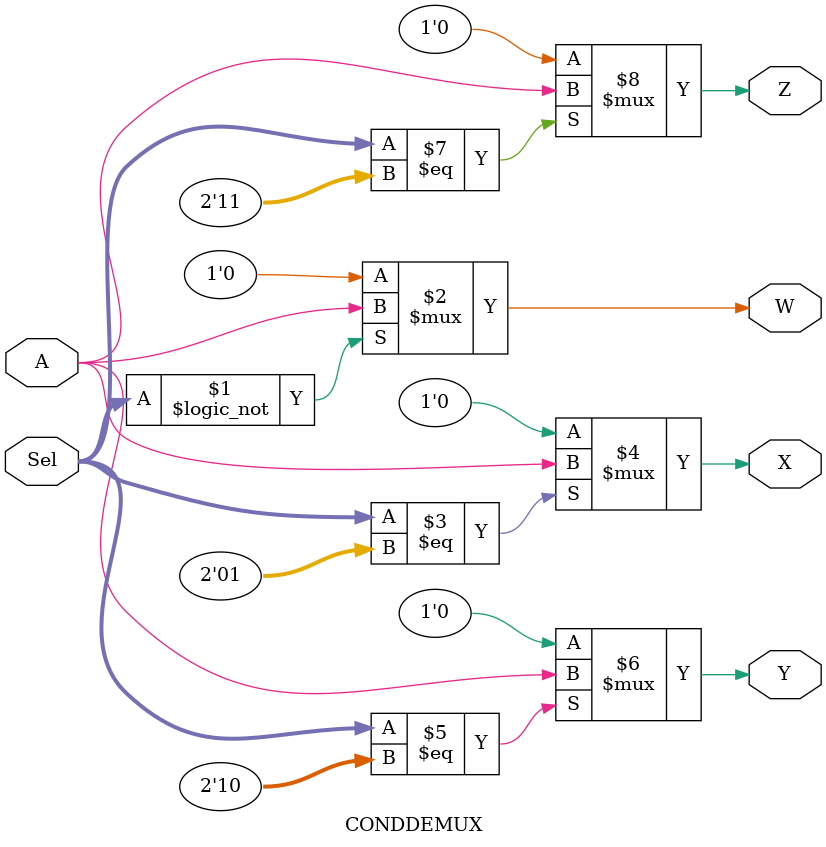
<source format=sv>
module CONDDEMUX (
    output wire W, X, Y, Z,
    input wire A,
    input wire [1:0] Sel
);

assign W = (Sel == 2'b00) ? A : 1'b0;
assign X = (Sel == 2'b01) ? A : 1'b0;
assign Y = (Sel == 2'b10) ? A : 1'b0;
assign Z = (Sel == 2'b11) ? A : 1'b0;

endmodule

</source>
